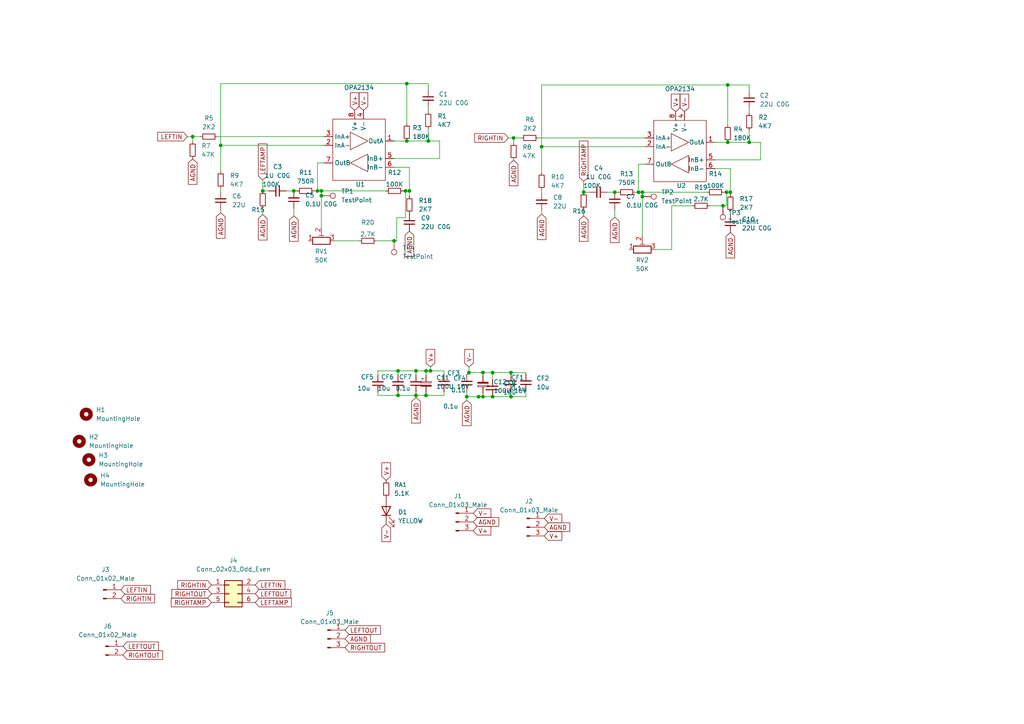
<source format=kicad_sch>
(kicad_sch (version 20230121) (generator eeschema)
  (paper "A4")
  (lib_symbols
    (symbol "Amplifier_Audio:OPA2134"
      (property "Reference" "U" (at 0 -2.54 0))
      (property "Value" "OPA2134" (at 0 0 0))
      (symbol "OPA2134_0_1"
        (rectangle (start -7.62 16.51) (end 7.62 -1.27))
        (polyline (pts (xy -2.54 12.7) (xy -2.54 7.62) (xy 2.54 10.16) (xy -2.54 12.7)))
        (polyline (pts (xy 2.54 6.35) (xy 2.54 1.27) (xy -2.54 3.81) (xy 2.54 6.35)))
      )
      (symbol "OPA2134_1_1"
        (pin output line (at 10.16 10.16 180) (length 2.54) (name "OutA") (number "1"))
        (pin input line (at -10.16 8.89 0) (length 2.54) (name "InA-") (number "2"))
        (pin input line (at -10.16 11.43 0) (length 2.54) (name "InA+") (number "3"))
        (pin input line (at 1.27 19.05 270) (length 2.54) (name "V-") (number "4"))
        (pin input line (at 10.16 5.08 180) (length 2.54) (name "InB+") (number "5"))
        (pin input line (at 10.16 2.54 180) (length 2.54) (name "InB-") (number "6"))
        (pin output line (at -10.16 3.81 0) (length 2.54) (name "OutB") (number "7"))
        (pin input line (at -1.27 19.05 270) (length 2.54) (name "V+") (number "8"))
      )
    )
    (symbol "Connector:Conn_01x02_Male" (pin_names (offset 1.016) hide)
      (property "Reference" "J" (at 0 2.54 0))
      (property "Value" "Conn_01x02_Male" (at 0 -5.08 0))
      (symbol "Conn_01x02_Male_1_1"
        (polyline (pts (xy 1.27 -2.54) (xy 0.8636 -2.54)) (stroke (width 0.1524)))
        (polyline (pts (xy 1.27 0) (xy 0.8636 0)) (stroke (width 0.1524)))
        (rectangle (start 0.8636 -2.413) (end 0 -2.667) (stroke (width 0.1524)) (fill (type outline)))
        (rectangle (start 0.8636 0.127) (end 0 -0.127) (stroke (width 0.1524)) (fill (type outline)))
        (pin passive line (at 5.08 0 180) (length 3.81) (name "Pin_1") (number "1"))
        (pin passive line (at 5.08 -2.54 180) (length 3.81) (name "Pin_2") (number "2"))
      )
    )
    (symbol "Connector:Conn_01x03_Male" (pin_names (offset 1.016) hide)
      (property "Reference" "J" (at 0 5.08 0))
      (property "Value" "Conn_01x03_Male" (at 0 -5.08 0))
      (symbol "Conn_01x03_Male_1_1"
        (polyline (pts (xy 1.27 -2.54) (xy 0.8636 -2.54)) (stroke (width 0.1524)))
        (polyline (pts (xy 1.27 0) (xy 0.8636 0)) (stroke (width 0.1524)))
        (polyline (pts (xy 1.27 2.54) (xy 0.8636 2.54)) (stroke (width 0.1524)))
        (rectangle (start 0.8636 -2.413) (end 0 -2.667) (stroke (width 0.1524)) (fill (type outline)))
        (rectangle (start 0.8636 0.127) (end 0 -0.127) (stroke (width 0.1524)) (fill (type outline)))
        (rectangle (start 0.8636 2.667) (end 0 2.413) (stroke (width 0.1524)) (fill (type outline)))
        (pin passive line (at 5.08 2.54 180) (length 3.81) (name "Pin_1") (number "1"))
        (pin passive line (at 5.08 0 180) (length 3.81) (name "Pin_2") (number "2"))
        (pin passive line (at 5.08 -2.54 180) (length 3.81) (name "Pin_3") (number "3"))
      )
    )
    (symbol "Connector:TestPoint" (pin_numbers hide) (pin_names (offset 0.762) hide)
      (property "Reference" "TP" (at 0 6.858 0))
      (property "Value" "TestPoint" (at 0 5.08 0))
      (symbol "TestPoint_0_1"
        (circle (center 0 3.302) (radius 0.762))
      )
      (symbol "TestPoint_1_1"
        (pin passive line (at 0 0 90) (length 2.54) (name "1") (number "1"))
      )
    )
    (symbol "Connector_Generic:Conn_02x03_Odd_Even" (pin_names (offset 1.016) hide)
      (property "Reference" "J" (at 1.27 5.08 0))
      (property "Value" "Conn_02x03_Odd_Even" (at 1.27 -5.08 0))
      (symbol "Conn_02x03_Odd_Even_1_1"
        (rectangle (start -1.27 -2.413) (end 0 -2.667) (stroke (width 0.1524)))
        (rectangle (start -1.27 0.127) (end 0 -0.127) (stroke (width 0.1524)))
        (rectangle (start -1.27 2.667) (end 0 2.413) (stroke (width 0.1524)))
        (rectangle (start -1.27 3.81) (end 3.81 -3.81) (stroke (width 0.254)) (fill (type background)))
        (rectangle (start 3.81 -2.413) (end 2.54 -2.667) (stroke (width 0.1524)))
        (rectangle (start 3.81 0.127) (end 2.54 -0.127) (stroke (width 0.1524)))
        (rectangle (start 3.81 2.667) (end 2.54 2.413) (stroke (width 0.1524)))
        (pin passive line (at -5.08 2.54 0) (length 3.81) (name "Pin_1") (number "1"))
        (pin passive line (at 7.62 2.54 180) (length 3.81) (name "Pin_2") (number "2"))
        (pin passive line (at -5.08 0 0) (length 3.81) (name "Pin_3") (number "3"))
        (pin passive line (at 7.62 0 180) (length 3.81) (name "Pin_4") (number "4"))
        (pin passive line (at -5.08 -2.54 0) (length 3.81) (name "Pin_5") (number "5"))
        (pin passive line (at 7.62 -2.54 180) (length 3.81) (name "Pin_6") (number "6"))
      )
    )
    (symbol "Device:C_Polarized_Small" (pin_numbers hide) (pin_names (offset 0.254) hide)
      (property "Reference" "C" (at 0.254 1.778 0))
      (property "Value" "C_Polarized_Small" (at 0.254 -2.032 0))
      (symbol "C_Polarized_Small_0_1"
        (rectangle (start -1.524 -0.3048) (end 1.524 -0.6858) (fill (type outline)))
        (rectangle (start -1.524 0.6858) (end 1.524 0.3048))
        (polyline (pts (xy -1.27 1.524) (xy -0.762 1.524)))
        (polyline (pts (xy -1.016 1.27) (xy -1.016 1.778)))
      )
      (symbol "C_Polarized_Small_1_1"
        (pin passive line (at 0 2.54 270) (length 1.8542) (name "~") (number "1"))
        (pin passive line (at 0 -2.54 90) (length 1.8542) (name "~") (number "2"))
      )
    )
    (symbol "Device:C_Small" (pin_numbers hide) (pin_names (offset 0.254) hide)
      (property "Reference" "C" (at 0.254 1.778 0))
      (property "Value" "C_Small" (at 0.254 -2.032 0))
      (symbol "C_Small_0_1"
        (polyline (pts (xy -1.524 -0.508) (xy 1.524 -0.508)) (stroke (width 0.3302)))
        (polyline (pts (xy -1.524 0.508) (xy 1.524 0.508)) (stroke (width 0.3048)))
      )
      (symbol "C_Small_1_1"
        (pin passive line (at 0 2.54 270) (length 2.032) (name "~") (number "1"))
        (pin passive line (at 0 -2.54 90) (length 2.032) (name "~") (number "2"))
      )
    )
    (symbol "Device:LED" (pin_numbers hide) (pin_names (offset 1.016) hide)
      (property "Reference" "D" (at 0 2.54 0))
      (property "Value" "LED" (at 0 -2.54 0))
      (symbol "LED_0_1"
        (polyline (pts (xy -1.27 -1.27) (xy -1.27 1.27)) (stroke (width 0.254)))
        (polyline (pts (xy -1.27 0) (xy 1.27 0)))
        (polyline (pts (xy 1.27 -1.27) (xy 1.27 1.27) (xy -1.27 0) (xy 1.27 -1.27)) (stroke (width 0.254)))
        (polyline (pts (xy -3.048 -0.762) (xy -4.572 -2.286) (xy -3.81 -2.286) (xy -4.572 -2.286) (xy -4.572 -1.524)))
        (polyline (pts (xy -1.778 -0.762) (xy -3.302 -2.286) (xy -2.54 -2.286) (xy -3.302 -2.286) (xy -3.302 -1.524)))
      )
      (symbol "LED_1_1"
        (pin passive line (at -3.81 0 0) (length 2.54) (name "K") (number "1"))
        (pin passive line (at 3.81 0 180) (length 2.54) (name "A") (number "2"))
      )
    )
    (symbol "Device:R_Potentiometer_Trim" (pin_names (offset 1.016) hide)
      (property "Reference" "RV" (at -4.445 0 90))
      (property "Value" "R_Potentiometer_Trim" (at -2.54 0 90))
      (symbol "R_Potentiometer_Trim_0_1"
        (polyline (pts (xy 1.524 0.762) (xy 1.524 -0.762)))
        (polyline (pts (xy 2.54 0) (xy 1.524 0)))
        (rectangle (start 1.016 2.54) (end -1.016 -2.54) (stroke (width 0.254)))
      )
      (symbol "R_Potentiometer_Trim_1_1"
        (pin passive line (at 0 3.81 270) (length 1.27) (name "1") (number "1"))
        (pin passive line (at 3.81 0 180) (length 1.27) (name "2") (number "2"))
        (pin passive line (at 0 -3.81 90) (length 1.27) (name "3") (number "3"))
      )
    )
    (symbol "Device:R_Small" (pin_numbers hide) (pin_names (offset 0.254) hide)
      (property "Reference" "R" (at 0.762 0.508 0))
      (property "Value" "R_Small" (at 0.762 -1.016 0))
      (symbol "R_Small_0_1"
        (rectangle (start -0.762 1.778) (end 0.762 -1.778) (stroke (width 0.2032)))
      )
      (symbol "R_Small_1_1"
        (pin passive line (at 0 2.54 270) (length 0.762) (name "~") (number "1"))
        (pin passive line (at 0 -2.54 90) (length 0.762) (name "~") (number "2"))
      )
    )
    (symbol "Mechanical:MountingHole" (pin_names (offset 1.016))
      (property "Reference" "H" (at 0 5.08 0))
      (property "Value" "MountingHole" (at 0 3.175 0))
      (symbol "MountingHole_0_1"
        (circle (center 0 0) (radius 1.27) (stroke (width 1.27)))
      )
    )
  )
  (junction (at 92.075 55.372))
  (junction (at 178.308 55.753))
  (junction (at 117.602 55.372))
  (junction (at 186.309 57.023))
  (junction (at 115.443 107.569))
  (junction (at 185.166 55.753))
  (junction (at 211.074 24.638))
  (junction (at 123.571 114.681))
  (junction (at 123.571 107.569))
  (junction (at 148.209 108.077))
  (junction (at 157.099 42.545))
  (junction (at 124.206 40.894))
  (junction (at 142.875 115.062))
  (junction (at 118.745 55.372))
  (junction (at 93.218 55.372))
  (junction (at 186.309 55.753))
  (junction (at 210.693 55.753))
  (junction (at 211.074 41.275))
  (junction (at 135.382 115.062))
  (junction (at 136.017 108.077))
  (junction (at 64.008 42.164))
  (junction (at 117.983 24.257))
  (junction (at 76.2 55.372))
  (junction (at 209.677 59.69))
  (junction (at 140.081 115.062))
  (junction (at 211.836 55.753))
  (junction (at 93.218 56.769))
  (junction (at 124.841 107.569))
  (junction (at 120.65 107.569))
  (junction (at 55.88 39.624))
  (junction (at 148.971 40.005))
  (junction (at 115.443 114.681))
  (junction (at 117.983 40.894))
  (junction (at 114.3 69.85))
  (junction (at 142.875 108.077))
  (junction (at 120.65 114.681))
  (junction (at 169.291 55.753))
  (junction (at 85.217 55.372))
  (junction (at 140.081 108.077))
  (junction (at 217.297 41.275))
  (junction (at 138.811 115.062))
  (junction (at 148.209 115.062))
  (wire (pts (xy 124.206 32.385) (xy 124.206 31.115)))
  (wire (pts (xy 117.602 55.372) (xy 118.745 55.372)))
  (wire (pts (xy 118.745 48.514) (xy 118.745 55.372)))
  (wire (pts (xy 92.075 47.244) (xy 93.98 47.244)))
  (wire (pts (xy 157.099 56.007) (xy 157.099 55.118)))
  (wire (pts (xy 178.308 62.992) (xy 178.308 60.833)))
  (wire (pts (xy 117.983 24.257) (xy 117.983 35.814)))
  (wire (pts (xy 118.745 55.372) (xy 118.745 56.896)))
  (wire (pts (xy 152.527 108.077) (xy 148.209 108.077)))
  (wire (pts (xy 185.166 55.753) (xy 185.166 47.625)))
  (wire (pts (xy 186.309 55.753) (xy 185.166 55.753)))
  (wire (pts (xy 115.062 69.85) (xy 114.3 69.85)))
  (wire (pts (xy 115.443 114.681) (xy 120.65 114.681)))
  (wire (pts (xy 136.017 108.077) (xy 140.081 108.077)))
  (wire (pts (xy 76.2 62.23) (xy 76.2 60.452)))
  (wire (pts (xy 93.218 55.372) (xy 111.887 55.372)))
  (wire (pts (xy 211.074 24.638) (xy 211.074 36.195)))
  (wire (pts (xy 114.3 45.974) (xy 127.508 45.974)))
  (wire (pts (xy 123.571 108.839) (xy 123.571 107.569)))
  (wire (pts (xy 123.571 113.919) (xy 123.571 114.681)))
  (wire (pts (xy 115.443 108.712) (xy 115.443 107.569)))
  (wire (pts (xy 185.166 47.625) (xy 187.071 47.625)))
  (wire (pts (xy 184.277 55.753) (xy 185.166 55.753)))
  (wire (pts (xy 123.571 114.681) (xy 128.778 114.681)))
  (wire (pts (xy 128.778 108.585) (xy 128.778 107.569)))
  (wire (pts (xy 140.081 114.046) (xy 140.081 115.062)))
  (wire (pts (xy 148.971 41.402) (xy 148.971 40.005)))
  (wire (pts (xy 186.309 57.023) (xy 186.309 55.753)))
  (wire (pts (xy 217.297 24.638) (xy 211.074 24.638)))
  (wire (pts (xy 169.291 62.611) (xy 169.291 60.833)))
  (wire (pts (xy 93.218 55.372) (xy 92.075 55.372)))
  (wire (pts (xy 114.3 48.514) (xy 118.745 48.514)))
  (wire (pts (xy 148.971 40.005) (xy 151.13 40.005)))
  (wire (pts (xy 127.508 40.894) (xy 127.508 45.974)))
  (wire (pts (xy 211.836 62.357) (xy 211.836 61.468)))
  (wire (pts (xy 152.527 115.062) (xy 148.209 115.062)))
  (wire (pts (xy 157.099 24.638) (xy 211.074 24.638)))
  (wire (pts (xy 117.602 55.372) (xy 117.602 63.119)))
  (wire (pts (xy 148.209 108.077) (xy 142.875 108.077)))
  (wire (pts (xy 109.601 107.569) (xy 115.443 107.569)))
  (wire (pts (xy 140.081 115.062) (xy 142.875 115.062)))
  (wire (pts (xy 83.058 55.372) (xy 85.217 55.372)))
  (wire (pts (xy 64.008 61.722) (xy 64.008 60.706)))
  (wire (pts (xy 124.841 107.569) (xy 123.571 107.569)))
  (wire (pts (xy 120.65 107.569) (xy 120.65 108.712)))
  (wire (pts (xy 109.601 114.681) (xy 115.443 114.681)))
  (wire (pts (xy 64.008 24.257) (xy 117.983 24.257)))
  (wire (pts (xy 207.391 46.355) (xy 220.599 46.355)))
  (wire (pts (xy 217.297 41.275) (xy 220.599 41.275)))
  (wire (pts (xy 63.119 39.624) (xy 93.98 39.624)))
  (wire (pts (xy 64.008 42.164) (xy 93.98 42.164)))
  (wire (pts (xy 157.099 42.545) (xy 187.071 42.545)))
  (wire (pts (xy 136.017 106.426) (xy 136.017 108.077)))
  (wire (pts (xy 138.684 114.935) (xy 138.811 115.062)))
  (wire (pts (xy 76.2 52.197) (xy 76.2 55.372)))
  (wire (pts (xy 91.186 55.372) (xy 92.075 55.372)))
  (wire (pts (xy 124.206 24.257) (xy 117.983 24.257)))
  (wire (pts (xy 124.206 37.465) (xy 124.206 40.894)))
  (wire (pts (xy 211.836 55.753) (xy 211.836 56.388)))
  (wire (pts (xy 178.308 55.753) (xy 179.197 55.753)))
  (wire (pts (xy 109.601 113.792) (xy 109.601 114.681)))
  (wire (pts (xy 109.601 108.712) (xy 109.601 107.569)))
  (wire (pts (xy 157.099 42.545) (xy 157.099 50.038)))
  (wire (pts (xy 117.983 40.894) (xy 124.206 40.894)))
  (wire (pts (xy 211.074 41.275) (xy 217.297 41.275)))
  (wire (pts (xy 136.017 108.585) (xy 135.382 108.585)))
  (wire (pts (xy 128.778 107.569) (xy 124.841 107.569)))
  (wire (pts (xy 85.217 62.611) (xy 85.217 60.452)))
  (wire (pts (xy 124.206 26.035) (xy 124.206 24.257)))
  (wire (pts (xy 156.21 40.005) (xy 187.071 40.005)))
  (wire (pts (xy 140.081 108.966) (xy 140.081 108.077)))
  (wire (pts (xy 115.062 63.119) (xy 115.062 69.85)))
  (wire (pts (xy 194.818 59.69) (xy 194.818 72.39)))
  (wire (pts (xy 93.218 56.769) (xy 93.218 66.04)))
  (wire (pts (xy 186.309 57.023) (xy 186.309 68.58)))
  (wire (pts (xy 124.206 40.894) (xy 127.508 40.894)))
  (wire (pts (xy 92.075 55.372) (xy 92.075 47.244)))
  (wire (pts (xy 157.099 62.103) (xy 157.099 61.087)))
  (wire (pts (xy 114.3 69.85) (xy 109.22 69.85)))
  (wire (pts (xy 135.382 113.665) (xy 135.382 115.062)))
  (wire (pts (xy 140.081 108.077) (xy 142.875 108.077)))
  (wire (pts (xy 148.209 108.458) (xy 148.209 108.077)))
  (wire (pts (xy 186.309 55.753) (xy 204.978 55.753)))
  (wire (pts (xy 104.14 69.85) (xy 97.028 69.85)))
  (wire (pts (xy 210.693 55.753) (xy 211.836 55.753)))
  (wire (pts (xy 64.008 42.164) (xy 64.008 49.657)))
  (wire (pts (xy 120.65 114.681) (xy 123.571 114.681)))
  (wire (pts (xy 194.818 72.39) (xy 190.119 72.39)))
  (wire (pts (xy 147.447 40.005) (xy 148.971 40.005)))
  (wire (pts (xy 220.599 41.275) (xy 220.599 46.355)))
  (wire (pts (xy 55.88 41.021) (xy 55.88 39.624)))
  (wire (pts (xy 210.693 55.753) (xy 210.693 59.69)))
  (wire (pts (xy 169.291 55.753) (xy 171.069 55.753)))
  (wire (pts (xy 217.297 26.416) (xy 217.297 24.638)))
  (wire (pts (xy 55.88 39.624) (xy 58.039 39.624)))
  (wire (pts (xy 117.602 63.119) (xy 115.062 63.119)))
  (wire (pts (xy 115.443 113.792) (xy 115.443 114.681)))
  (wire (pts (xy 114.3 40.894) (xy 117.983 40.894)))
  (wire (pts (xy 124.841 106.426) (xy 124.841 107.569)))
  (wire (pts (xy 217.297 37.846) (xy 217.297 41.275)))
  (wire (pts (xy 54.356 39.624) (xy 55.88 39.624)))
  (wire (pts (xy 152.527 108.458) (xy 152.527 108.077)))
  (wire (pts (xy 205.867 59.69) (xy 209.677 59.69)))
  (wire (pts (xy 116.967 55.372) (xy 117.602 55.372)))
  (wire (pts (xy 120.65 114.681) (xy 120.65 115.316)))
  (wire (pts (xy 64.008 42.164) (xy 64.008 24.257)))
  (wire (pts (xy 148.209 113.538) (xy 148.209 115.062)))
  (wire (pts (xy 169.291 52.578) (xy 169.291 55.753)))
  (wire (pts (xy 93.218 56.769) (xy 93.218 55.372)))
  (wire (pts (xy 152.527 113.538) (xy 152.527 115.062)))
  (wire (pts (xy 64.008 55.626) (xy 64.008 54.737)))
  (wire (pts (xy 210.693 59.69) (xy 209.677 59.69)))
  (wire (pts (xy 136.017 108.077) (xy 136.017 108.585)))
  (wire (pts (xy 210.058 55.753) (xy 210.693 55.753)))
  (wire (pts (xy 157.099 42.545) (xy 157.099 24.638)))
  (wire (pts (xy 128.778 113.665) (xy 128.778 114.681)))
  (wire (pts (xy 207.391 48.895) (xy 211.836 48.895)))
  (wire (pts (xy 142.875 109.982) (xy 142.875 108.077)))
  (wire (pts (xy 138.811 115.062) (xy 140.081 115.062)))
  (wire (pts (xy 148.209 115.062) (xy 142.875 115.062)))
  (wire (pts (xy 123.571 107.569) (xy 120.65 107.569)))
  (wire (pts (xy 217.297 32.766) (xy 217.297 31.496)))
  (wire (pts (xy 194.818 59.69) (xy 200.787 59.69)))
  (wire (pts (xy 176.149 55.753) (xy 178.308 55.753)))
  (wire (pts (xy 120.65 113.792) (xy 120.65 114.681)))
  (wire (pts (xy 135.382 115.062) (xy 138.811 115.062)))
  (wire (pts (xy 211.836 48.895) (xy 211.836 55.753)))
  (wire (pts (xy 76.2 55.372) (xy 77.978 55.372)))
  (wire (pts (xy 115.443 107.569) (xy 120.65 107.569)))
  (wire (pts (xy 135.382 115.062) (xy 135.382 116.078)))
  (wire (pts (xy 85.217 55.372) (xy 86.106 55.372)))
  (wire (pts (xy 207.391 41.275) (xy 211.074 41.275)))
  (global_label "AGND" (shape input) (at 118.745 67.056 270) (property "Intersheetrefs" "${INTERSHEET_REFS}" (effects hide)))
  (global_label "LEFTIN" (shape input) (at 74.041 169.672 0) (property "Intersheetrefs" "${INTERSHEET_REFS}" (effects hide)))
  (global_label "RIGHTOUT" (shape input) (at 35.687 189.992 0) (property "Intersheetrefs" "${INTERSHEET_REFS}" (effects hide)))
  (global_label "LEFTIN" (shape input) (at 54.356 39.624 180) (property "Intersheetrefs" "${INTERSHEET_REFS}" (effects hide)))
  (global_label "RIGHTAMP" (shape input) (at 61.341 174.752 180) (property "Intersheetrefs" "${INTERSHEET_REFS}" (effects hide)))
  (global_label "LEFTOUT" (shape input) (at 74.041 172.212 0) (property "Intersheetrefs" "${INTERSHEET_REFS}" (effects hide)))
  (global_label "AGND" (shape input) (at 55.88 46.101 270) (property "Intersheetrefs" "${INTERSHEET_REFS}" (effects hide)))
  (global_label "LEFTAMP" (shape input) (at 74.041 174.752 0) (property "Intersheetrefs" "${INTERSHEET_REFS}" (effects hide)))
  (global_label "AGND" (shape input) (at 157.861 152.908 0) (property "Intersheetrefs" "${INTERSHEET_REFS}" (effects hide)))
  (global_label "V-" (shape input) (at 105.41 32.004 90) (property "Intersheetrefs" "${INTERSHEET_REFS}" (effects hide)))
  (global_label "AGND" (shape input) (at 169.291 62.611 270) (property "Intersheetrefs" "${INTERSHEET_REFS}" (effects hide)))
  (global_label "AGND" (shape input) (at 178.308 62.992 270) (property "Intersheetrefs" "${INTERSHEET_REFS}" (effects hide)))
  (global_label "AGND" (shape input) (at 76.2 62.23 270) (property "Intersheetrefs" "${INTERSHEET_REFS}" (effects hide)))
  (global_label "AGND" (shape input) (at 85.217 62.611 270) (property "Intersheetrefs" "${INTERSHEET_REFS}" (effects hide)))
  (global_label "AGND" (shape input) (at 120.65 115.316 270) (property "Intersheetrefs" "${INTERSHEET_REFS}" (effects hide)))
  (global_label "LEFTAMP" (shape input) (at 76.2 52.197 90) (property "Intersheetrefs" "${INTERSHEET_REFS}" (effects hide)))
  (global_label "RIGHTIN" (shape input) (at 61.341 169.672 180) (property "Intersheetrefs" "${INTERSHEET_REFS}" (effects hide)))
  (global_label "V-" (shape input) (at 112.014 152.019 270) (property "Intersheetrefs" "${INTERSHEET_REFS}" (effects hide)))
  (global_label "V-" (shape input) (at 157.861 150.368 0) (property "Intersheetrefs" "${INTERSHEET_REFS}" (effects hide)))
  (global_label "AGND" (shape input) (at 64.008 61.722 270) (property "Intersheetrefs" "${INTERSHEET_REFS}" (effects hide)))
  (global_label "V-" (shape input) (at 136.017 106.426 90) (property "Intersheetrefs" "${INTERSHEET_REFS}" (effects hide)))
  (global_label "V+" (shape input) (at 137.287 153.924 0) (property "Intersheetrefs" "${INTERSHEET_REFS}" (effects hide)))
  (global_label "AGND" (shape input) (at 157.099 62.103 270) (property "Intersheetrefs" "${INTERSHEET_REFS}" (effects hide)))
  (global_label "RIGHTOUT" (shape input) (at 100.076 187.833 0) (property "Intersheetrefs" "${INTERSHEET_REFS}" (effects hide)))
  (global_label "V+" (shape input) (at 157.861 155.448 0) (property "Intersheetrefs" "${INTERSHEET_REFS}" (effects hide)))
  (global_label "LEFTIN" (shape input) (at 35.052 171.069 0) (property "Intersheetrefs" "${INTERSHEET_REFS}" (effects hide)))
  (global_label "RIGHTIN" (shape input) (at 147.447 40.005 180) (property "Intersheetrefs" "${INTERSHEET_REFS}" (effects hide)))
  (global_label "RIGHTIN" (shape input) (at 35.052 173.609 0) (property "Intersheetrefs" "${INTERSHEET_REFS}" (effects hide)))
  (global_label "V-" (shape input) (at 198.501 32.385 90) (property "Intersheetrefs" "${INTERSHEET_REFS}" (effects hide)))
  (global_label "RIGHTOUT" (shape input) (at 61.341 172.212 180) (property "Intersheetrefs" "${INTERSHEET_REFS}" (effects hide)))
  (global_label "V-" (shape input) (at 137.287 148.844 0) (property "Intersheetrefs" "${INTERSHEET_REFS}" (effects hide)))
  (global_label "V+" (shape input) (at 195.961 32.385 90) (property "Intersheetrefs" "${INTERSHEET_REFS}" (effects hide)))
  (global_label "V+" (shape input) (at 112.014 139.319 90) (property "Intersheetrefs" "${INTERSHEET_REFS}" (effects hide)))
  (global_label "AGND" (shape input) (at 135.382 116.078 270) (property "Intersheetrefs" "${INTERSHEET_REFS}" (effects hide)))
  (global_label "LEFTOUT" (shape input) (at 35.687 187.452 0) (property "Intersheetrefs" "${INTERSHEET_REFS}" (effects hide)))
  (global_label "AGND" (shape input) (at 100.076 185.293 0) (property "Intersheetrefs" "${INTERSHEET_REFS}" (effects hide)))
  (global_label "LEFTOUT" (shape input) (at 100.076 182.753 0) (property "Intersheetrefs" "${INTERSHEET_REFS}" (effects hide)))
  (global_label "V+" (shape input) (at 124.841 106.426 90) (property "Intersheetrefs" "${INTERSHEET_REFS}" (effects hide)))
  (global_label "AGND" (shape input) (at 137.287 151.384 0) (property "Intersheetrefs" "${INTERSHEET_REFS}" (effects hide)))
  (global_label "AGND" (shape input) (at 148.971 46.482 270) (property "Intersheetrefs" "${INTERSHEET_REFS}" (effects hide)))
  (global_label "V+" (shape input) (at 102.87 32.004 90) (property "Intersheetrefs" "${INTERSHEET_REFS}" (effects hide)))
  (global_label "RIGHTAMP" (shape input) (at 169.291 52.578 90) (property "Intersheetrefs" "${INTERSHEET_REFS}" (effects hide)))
  (global_label "AGND" (shape input) (at 211.836 67.437 270) (property "Intersheetrefs" "${INTERSHEET_REFS}" (effects hide)))
  (symbol (lib_id "Device:R_Small") (at 203.327 59.69 90) (unit 1)
    (property "Reference" "R19" (at 203.327 54.356 90))
    (property "Value" "2.7K" (at 203.327 57.785 90))
    (property "Footprint" "Resistor_SMD:R_0805_2012Metric_Pad1.20x1.40mm_HandSolder" (effects hide))
  )
  (symbol (lib_id "Device:R_Small") (at 211.836 58.928 180) (unit 1)
    (property "Reference" "R17" (at 214.503 57.6579 0) (effects (justify right)))
    (property "Value" "2K7" (at 214.503 60.1979 0) (effects (justify right)))
    (property "Footprint" "Resistor_SMD:R_0805_2012Metric_Pad1.20x1.40mm_HandSolder" (effects hide))
  )
  (symbol (lib_id "Connector:Conn_01x03_Male") (at 132.207 151.384 0) (unit 1)
    (property "Reference" "J1" (at 132.842 143.891 0))
    (property "Value" "Conn_01x03_Male" (at 132.842 146.431 0))
    (property "Footprint" "Connector_JST:JST_PH_B3B-PH-K_1x03_P2.00mm_Vertical" (effects hide))
  )
  (symbol (lib_id "Device:C_Polarized_Small") (at 123.571 111.379 0) (unit 1)
    (property "Reference" "C11" (at 126.492 109.5628 0) (effects (justify left)))
    (property "Value" "100U 16V" (at 126.492 112.1028 0) (effects (justify left)))
    (property "Footprint" "Capacitor_THT:CP_Radial_D6.3mm_P2.50mm" (effects hide))
  )
  (symbol (lib_id "Device:R_Small") (at 148.971 43.942 180) (unit 1)
    (property "Reference" "R8" (at 151.511 42.6719 0) (effects (justify right)))
    (property "Value" "47K" (at 151.511 45.2119 0) (effects (justify right)))
    (property "Footprint" "Resistor_SMD:R_0805_2012Metric_Pad1.20x1.40mm_HandSolder" (effects hide))
  )
  (symbol (lib_id "Mechanical:MountingHole") (at 22.987 128.016 0) (unit 1)
    (property "Reference" "H2" (at 25.781 126.7459 0) (effects (justify left)))
    (property "Value" "MountingHole" (at 25.781 129.2859 0) (effects (justify left)))
    (property "Footprint" "MountingHole:MountingHole_3.2mm_M3" (effects hide))
  )
  (symbol (lib_id "Device:R_Small") (at 60.579 39.624 90) (unit 1)
    (property "Reference" "R5" (at 60.579 34.29 90))
    (property "Value" "2K2" (at 60.579 36.83 90))
    (property "Footprint" "Resistor_SMD:R_0805_2012Metric_Pad1.20x1.40mm_HandSolder" (effects hide))
  )
  (symbol (lib_id "Device:C_Polarized_Small") (at 140.081 111.506 180) (unit 1)
    (property "Reference" "C12" (at 143.129 110.782 0) (effects (justify right)))
    (property "Value" "100U 16V" (at 143.129 113.322 0) (effects (justify right)))
    (property "Footprint" "Capacitor_THT:CP_Radial_D6.3mm_P2.50mm" (effects hide))
  )
  (symbol (lib_id "Connector:TestPoint") (at 93.218 56.769 270) (unit 1)
    (property "Reference" "TP1" (at 98.933 55.4989 90) (effects (justify left)))
    (property "Value" "TestPoint" (at 98.933 58.0389 90) (effects (justify left)))
    (property "Footprint" "TestPoint:TestPoint_THTPad_1.5x1.5mm_Drill0.7mm" (effects hide))
  )
  (symbol (lib_id "Device:R_Small") (at 55.88 43.561 180) (unit 1)
    (property "Reference" "R7" (at 58.42 42.2909 0) (effects (justify right)))
    (property "Value" "47K" (at 58.42 44.8309 0) (effects (justify right)))
    (property "Footprint" "Resistor_SMD:R_0805_2012Metric_Pad1.20x1.40mm_HandSolder" (effects hide))
  )
  (symbol (lib_id "Device:C_Small") (at 217.297 28.956 0) (unit 1)
    (property "Reference" "C2" (at 220.345 27.6922 0) (effects (justify left)))
    (property "Value" "22U C0G" (at 220.345 30.2322 0) (effects (justify left)))
    (property "Footprint" "Capacitor_THT:CP_Radial_D5.0mm_P2.00mm" (effects hide))
  )
  (symbol (lib_id "Device:R_Small") (at 64.008 52.197 180) (unit 1)
    (property "Reference" "R9" (at 66.675 50.9269 0) (effects (justify right)))
    (property "Value" "4K7" (at 66.675 53.4669 0) (effects (justify right)))
    (property "Footprint" "Resistor_SMD:R_0805_2012Metric_Pad1.20x1.40mm_HandSolder" (effects hide))
  )
  (symbol (lib_id "Device:R_Small") (at 124.206 34.925 180) (unit 1)
    (property "Reference" "R1" (at 126.873 33.6549 0) (effects (justify right)))
    (property "Value" "4K7" (at 126.873 36.1949 0) (effects (justify right)))
    (property "Footprint" "Resistor_SMD:R_0805_2012Metric_Pad1.20x1.40mm_HandSolder" (effects hide))
  )
  (symbol (lib_id "Connector:Conn_01x02_Male") (at 29.972 171.069 0) (unit 1)
    (property "Reference" "J3" (at 30.607 165.227 0))
    (property "Value" "Conn_01x02_Male" (at 30.607 167.767 0))
    (property "Footprint" "Connector_JST:JST_PH_B2B-PH-K_1x02_P2.00mm_Vertical" (effects hide))
  )
  (symbol (lib_id "Device:R_Small") (at 211.074 38.735 0) (unit 1)
    (property "Reference" "R4" (at 212.725 37.4649 0) (effects (justify left)))
    (property "Value" "180K" (at 212.725 40.0049 0) (effects (justify left)))
    (property "Footprint" "Resistor_SMD:R_0805_2012Metric_Pad1.20x1.40mm_HandSolder" (effects hide))
  )
  (symbol (lib_id "Device:R_Small") (at 114.427 55.372 90) (unit 1)
    (property "Reference" "R12" (at 114.427 50.038 90))
    (property "Value" "100K" (at 114.427 53.467 90))
    (property "Footprint" "Resistor_SMD:R_0805_2012Metric_Pad1.20x1.40mm_HandSolder" (effects hide))
  )
  (symbol (lib_id "Device:C_Small") (at 80.518 55.372 270) (unit 1)
    (property "Reference" "C3" (at 80.5116 48.387 90))
    (property "Value" "1U C0G" (at 80.5116 50.927 90))
    (property "Footprint" "Capacitor_THT:CP_Radial_D5.0mm_P2.00mm" (effects hide))
  )
  (symbol (lib_id "Device:R_Small") (at 106.68 69.85 90) (unit 1)
    (property "Reference" "R20" (at 106.68 64.516 90))
    (property "Value" "2.7K" (at 106.68 67.945 90))
    (property "Footprint" "Resistor_SMD:R_0805_2012Metric_Pad1.20x1.40mm_HandSolder" (effects hide))
  )
  (symbol (lib_id "Mechanical:MountingHole") (at 26.289 139.192 0) (unit 1)
    (property "Reference" "H4" (at 29.083 137.9219 0) (effects (justify left)))
    (property "Value" "MountingHole" (at 29.083 140.4619 0) (effects (justify left)))
    (property "Footprint" "MountingHole:MountingHole_3.2mm_M3" (effects hide))
  )
  (symbol (lib_id "Device:R_Small") (at 112.014 141.859 180) (unit 1)
    (property "Reference" "RA1" (at 114.3 140.5889 0) (effects (justify right)))
    (property "Value" "5.1K" (at 114.3 143.1289 0) (effects (justify right)))
    (property "Footprint" "Resistor_SMD:R_0603_1608Metric" (effects hide))
  )
  (symbol (lib_id "Device:C_Small") (at 178.308 58.293 180) (unit 1)
    (property "Reference" "C7" (at 181.61 57.0165 0) (effects (justify right)))
    (property "Value" "0.1U C0G" (at 181.61 59.5565 0) (effects (justify right)))
    (property "Footprint" "Capacitor_SMD:C_1206_3216Metric_Pad1.33x1.80mm_HandSolder" (effects hide))
  )
  (symbol (lib_id "Device:R_Small") (at 153.67 40.005 90) (unit 1)
    (property "Reference" "R6" (at 153.67 34.671 90))
    (property "Value" "2K2" (at 153.67 37.211 90))
    (property "Footprint" "Resistor_SMD:R_0805_2012Metric_Pad1.20x1.40mm_HandSolder" (effects hide))
  )
  (symbol (lib_id "Device:LED") (at 112.014 148.209 90) (unit 1)
    (property "Reference" "D1" (at 115.443 148.5264 90) (effects (justify right)))
    (property "Value" "YELLOW" (at 115.443 151.0664 90) (effects (justify right)))
    (property "Footprint" "LED_SMD:LED_0805_2012Metric_Pad1.15x1.40mm_HandSolder" (effects hide))
  )
  (symbol (lib_id "Device:C_Small") (at 173.609 55.753 270) (unit 1)
    (property "Reference" "C4" (at 173.6026 48.768 90))
    (property "Value" "1U C0G" (at 173.6026 51.308 90))
    (property "Footprint" "Capacitor_THT:CP_Radial_D5.0mm_P2.00mm" (effects hide))
  )
  (symbol (lib_id "Device:R_Potentiometer_Trim") (at 93.218 69.85 90) (unit 1)
    (property "Reference" "RV1" (at 93.218 72.898 90))
    (property "Value" "50K" (at 93.218 75.438 90))
    (property "Footprint" "Potentiometer_THT:Potentiometer_Bourns_3296W_Vertical" (effects hide))
  )
  (symbol (lib_id "Device:R_Potentiometer_Trim") (at 186.309 72.39 90) (unit 1)
    (property "Reference" "RV2" (at 186.309 75.438 90))
    (property "Value" "50K" (at 186.309 77.978 90))
    (property "Footprint" "Potentiometer_THT:Potentiometer_Bourns_3296W_Vertical" (effects hide))
  )
  (symbol (lib_id "Device:C_Small") (at 109.601 111.252 180) (unit 1)
    (property "Reference" "CF5" (at 104.648 109.347 0) (effects (justify right)))
    (property "Value" "10u" (at 103.632 112.649 0) (effects (justify right)))
    (property "Footprint" "Capacitor_SMD:C_1206_3216Metric_Pad1.33x1.80mm_HandSolder" (effects hide))
  )
  (symbol (lib_id "Device:R_Small") (at 118.745 59.436 180) (unit 1)
    (property "Reference" "R18" (at 121.412 58.1659 0) (effects (justify right)))
    (property "Value" "2K7" (at 121.412 60.7059 0) (effects (justify right)))
    (property "Footprint" "Resistor_SMD:R_0805_2012Metric_Pad1.20x1.40mm_HandSolder" (effects hide))
  )
  (symbol (lib_id "Mechanical:MountingHole") (at 25.781 133.35 0) (unit 1)
    (property "Reference" "H3" (at 28.575 132.0799 0) (effects (justify left)))
    (property "Value" "MountingHole" (at 28.575 134.6199 0) (effects (justify left)))
    (property "Footprint" "MountingHole:MountingHole_3.2mm_M3" (effects hide))
  )
  (symbol (lib_id "Device:C_Small") (at 211.836 64.897 180) (unit 1)
    (property "Reference" "C10" (at 215.138 63.6205 0) (effects (justify right)))
    (property "Value" "22U C0G" (at 215.138 66.1605 0) (effects (justify right)))
    (property "Footprint" "Capacitor_THT:CP_Radial_D5.0mm_P2.00mm" (effects hide))
  )
  (symbol (lib_id "Mechanical:MountingHole") (at 25.019 120.142 0) (unit 1)
    (property "Reference" "H1" (at 27.813 118.8719 0) (effects (justify left)))
    (property "Value" "MountingHole" (at 27.813 121.4119 0) (effects (justify left)))
    (property "Footprint" "MountingHole:MountingHole_3.2mm_M3" (effects hide))
  )
  (symbol (lib_id "Device:R_Small") (at 169.291 58.293 180) (unit 1)
    (property "Reference" "R16" (at 165.989 61.214 0) (effects (justify right)))
    (property "Value" "100K" (at 169.164 53.848 0) (effects (justify right)))
    (property "Footprint" "Resistor_SMD:R_0805_2012Metric_Pad1.20x1.40mm_HandSolder" (effects hide))
  )
  (symbol (lib_id "Amplifier_Audio:OPA2134") (at 197.231 51.435 0) (unit 1)
    (property "Reference" "U2" (at 197.612 53.848 0))
    (property "Value" "OPA2134" (at 197.231 25.781 0))
    (property "Footprint" "Package_DIP:DIP-8_W7.62mm_Socket" (effects hide))
  )
  (symbol (lib_id "Device:R_Small") (at 88.646 55.372 90) (unit 1)
    (property "Reference" "R11" (at 88.646 50.038 90))
    (property "Value" "750R" (at 88.646 52.578 90))
    (property "Footprint" "Resistor_SMD:R_0805_2012Metric_Pad1.20x1.40mm_HandSolder" (effects hide))
  )
  (symbol (lib_id "Device:C_Small") (at 152.527 110.998 180) (unit 1)
    (property "Reference" "CF2" (at 155.575 109.7215 0) (effects (justify right)))
    (property "Value" "10u" (at 155.575 112.2615 0) (effects (justify right)))
    (property "Footprint" "Capacitor_SMD:C_1206_3216Metric_Pad1.33x1.80mm_HandSolder" (effects hide))
  )
  (symbol (lib_id "Connector_Generic:Conn_02x03_Odd_Even") (at 66.421 172.212 0) (unit 1)
    (property "Reference" "J4" (at 67.691 162.56 0))
    (property "Value" "Conn_02x03_Odd_Even" (at 67.691 165.1 0))
    (property "Footprint" "Connector_PinHeader_2.54mm:PinHeader_2x03_P2.54mm_Vertical" (effects hide))
  )
  (symbol (lib_id "Device:R_Small") (at 157.099 52.578 180) (unit 1)
    (property "Reference" "R10" (at 159.766 51.3079 0) (effects (justify right)))
    (property "Value" "4K7" (at 159.766 53.8479 0) (effects (justify right)))
    (property "Footprint" "Resistor_SMD:R_0805_2012Metric_Pad1.20x1.40mm_HandSolder" (effects hide))
  )
  (symbol (lib_id "Device:C_Small") (at 120.65 111.252 180) (unit 1)
    (property "Reference" "CF7" (at 115.697 109.347 0) (effects (justify right)))
    (property "Value" "0.1u" (at 114.681 112.649 0) (effects (justify right)))
    (property "Footprint" "Capacitor_SMD:C_0805_2012Metric_Pad1.18x1.45mm_HandSolder" (effects hide))
  )
  (symbol (lib_id "Device:C_Small") (at 148.209 110.998 180) (unit 1)
    (property "Reference" "CF1" (at 148.209 109.474 0) (effects (justify right)))
    (property "Value" "0.1u" (at 148.209 112.649 0) (effects (justify right)))
    (property "Footprint" "Capacitor_SMD:C_0805_2012Metric_Pad1.18x1.45mm_HandSolder" (effects hide))
  )
  (symbol (lib_id "Connector:TestPoint") (at 114.3 69.85 180) (unit 1)
    (property "Reference" "TP4" (at 116.713 71.8819 0) (effects (justify right)))
    (property "Value" "TestPoint" (at 116.713 74.4219 0) (effects (justify right)))
    (property "Footprint" "TestPoint:TestPoint_THTPad_1.5x1.5mm_Drill0.7mm" (effects hide))
  )
  (symbol (lib_id "Device:C_Small") (at 157.099 58.547 180) (unit 1)
    (property "Reference" "C8" (at 160.401 57.2705 0) (effects (justify right)))
    (property "Value" "22U" (at 160.401 59.8105 0) (effects (justify right)))
    (property "Footprint" "Capacitor_THT:CP_Radial_D5.0mm_P2.00mm" (effects hide))
  )
  (symbol (lib_id "Device:C_Small") (at 118.745 64.516 180) (unit 1)
    (property "Reference" "C9" (at 122.047 63.2395 0) (effects (justify right)))
    (property "Value" "22U C0G" (at 122.047 65.7795 0) (effects (justify right)))
    (property "Footprint" "Capacitor_THT:CP_Radial_D5.0mm_P2.00mm" (effects hide))
  )
  (symbol (lib_id "Device:R_Small") (at 117.983 38.354 0) (unit 1)
    (property "Reference" "R3" (at 119.634 37.0839 0) (effects (justify left)))
    (property "Value" "180K" (at 119.634 39.6239 0) (effects (justify left)))
    (property "Footprint" "Resistor_SMD:R_0805_2012Metric_Pad1.20x1.40mm_HandSolder" (effects hide))
  )
  (symbol (lib_id "Device:C_Small") (at 128.778 111.125 180) (unit 1)
    (property "Reference" "CF3" (at 129.667 108.204 0) (effects (justify right)))
    (property "Value" "0.1u" (at 128.524 117.856 0) (effects (justify right)))
    (property "Footprint" "Capacitor_SMD:C_0805_2012Metric_Pad1.18x1.45mm_HandSolder" (effects hide))
  )
  (symbol (lib_id "Device:R_Small") (at 76.2 57.912 180) (unit 1)
    (property "Reference" "R15" (at 72.898 60.833 0) (effects (justify right)))
    (property "Value" "100K" (at 76.073 53.467 0) (effects (justify right)))
    (property "Footprint" "Resistor_SMD:R_0805_2012Metric_Pad1.20x1.40mm_HandSolder" (effects hide))
  )
  (symbol (lib_id "Connector:Conn_01x03_Male") (at 152.781 152.908 0) (unit 1)
    (property "Reference" "J2" (at 153.416 145.415 0))
    (property "Value" "Conn_01x03_Male" (at 153.416 147.955 0))
    (property "Footprint" "Connector_JST:JST_PH_B3B-PH-K_1x03_P2.00mm_Vertical" (effects hide))
  )
  (symbol (lib_id "Connector:Conn_01x02_Male") (at 30.607 187.452 0) (unit 1)
    (property "Reference" "J6" (at 31.242 181.61 0))
    (property "Value" "Conn_01x02_Male" (at 31.242 184.15 0))
    (property "Footprint" "Connector_JST:JST_PH_B2B-PH-K_1x02_P2.00mm_Vertical" (effects hide))
  )
  (symbol (lib_id "Device:C_Small") (at 115.443 111.252 180) (unit 1)
    (property "Reference" "CF6" (at 110.49 109.347 0) (effects (justify right)))
    (property "Value" "10u" (at 109.474 112.649 0) (effects (justify right)))
    (property "Footprint" "Capacitor_SMD:C_1206_3216Metric_Pad1.33x1.80mm_HandSolder" (effects hide))
  )
  (symbol (lib_id "Connector:Conn_01x03_Male") (at 94.996 185.293 0) (unit 1)
    (property "Reference" "J5" (at 95.631 177.8 0))
    (property "Value" "Conn_01x03_Male" (at 95.631 180.34 0))
    (property "Footprint" "Connector_PinHeader_2.54mm:PinHeader_1x03_P2.54mm_Vertical" (effects hide))
  )
  (symbol (lib_id "Device:C_Small") (at 142.875 112.522 180) (unit 1)
    (property "Reference" "CF8" (at 145.923 111.2455 0) (effects (justify right)))
    (property "Value" "10u" (at 145.923 113.7855 0) (effects (justify right)))
    (property "Footprint" "Capacitor_SMD:C_1206_3216Metric_Pad1.33x1.80mm_HandSolder" (effects hide))
  )
  (symbol (lib_id "Device:C_Small") (at 124.206 28.575 0) (unit 1)
    (property "Reference" "C1" (at 127.254 27.3112 0) (effects (justify left)))
    (property "Value" "22U C0G" (at 127.254 29.8512 0) (effects (justify left)))
    (property "Footprint" "Capacitor_THT:CP_Radial_D5.0mm_P2.00mm" (effects hide))
  )
  (symbol (lib_id "Device:R_Small") (at 217.297 35.306 180) (unit 1)
    (property "Reference" "R2" (at 219.964 34.0359 0) (effects (justify right)))
    (property "Value" "4K7" (at 219.964 36.5759 0) (effects (justify right)))
    (property "Footprint" "Resistor_SMD:R_0805_2012Metric_Pad1.20x1.40mm_HandSolder" (effects hide))
  )
  (symbol (lib_id "Device:C_Small") (at 85.217 57.912 180) (unit 1)
    (property "Reference" "C5" (at 88.519 56.6355 0) (effects (justify right)))
    (property "Value" "0.1U C0G" (at 88.519 59.1755 0) (effects (justify right)))
    (property "Footprint" "Capacitor_SMD:C_1206_3216Metric_Pad1.33x1.80mm_HandSolder" (effects hide))
  )
  (symbol (lib_id "Device:R_Small") (at 181.737 55.753 90) (unit 1)
    (property "Reference" "R13" (at 181.737 50.419 90))
    (property "Value" "750R" (at 181.737 52.959 90))
    (property "Footprint" "Resistor_SMD:R_0805_2012Metric_Pad1.20x1.40mm_HandSolder" (effects hide))
  )
  (symbol (lib_id "Device:C_Small") (at 64.008 58.166 180) (unit 1)
    (property "Reference" "C6" (at 67.31 56.8895 0) (effects (justify right)))
    (property "Value" "22U" (at 67.31 59.4295 0) (effects (justify right)))
    (property "Footprint" "Capacitor_THT:CP_Radial_D5.0mm_P2.00mm" (effects hide))
  )
  (symbol (lib_id "Device:R_Small") (at 207.518 55.753 90) (unit 1)
    (property "Reference" "R14" (at 207.518 50.419 90))
    (property "Value" "100K" (at 207.518 53.848 90))
    (property "Footprint" "Resistor_SMD:R_0805_2012Metric_Pad1.20x1.40mm_HandSolder" (effects hide))
  )
  (symbol (lib_id "Connector:TestPoint") (at 186.309 57.023 270) (unit 1)
    (property "Reference" "TP2" (at 191.77 55.7529 90) (effects (justify left)))
    (property "Value" "TestPoint" (at 191.77 58.2929 90) (effects (justify left)))
    (property "Footprint" "TestPoint:TestPoint_THTPad_1.5x1.5mm_Drill0.7mm" (effects hide))
  )
  (symbol (lib_id "Device:C_Small") (at 135.382 111.125 180) (unit 1)
    (property "Reference" "CF4" (at 131.445 109.728 0) (effects (justify right)))
    (property "Value" "0.1u" (at 130.81 113.157 0) (effects (justify right)))
    (property "Footprint" "Capacitor_SMD:C_0805_2012Metric_Pad1.18x1.45mm_HandSolder" (effects hide))
  )
  (symbol (lib_id "Connector:TestPoint") (at 209.677 59.69 180) (unit 1)
    (property "Reference" "TP3" (at 211.201 61.7219 0) (effects (justify right)))
    (property "Value" "TestPoint" (at 211.201 64.2619 0) (effects (justify right)))
    (property "Footprint" "TestPoint:TestPoint_THTPad_1.5x1.5mm_Drill0.7mm" (effects hide))
  )
  (symbol (lib_id "Amplifier_Audio:OPA2134") (at 104.14 51.054 0) (unit 1)
    (property "Reference" "U1" (at 104.521 53.467 0))
    (property "Value" "OPA2134" (at 104.14 25.4 0))
    (property "Footprint" "Package_DIP:DIP-8_W7.62mm_Socket" (effects hide))
  )
)
</source>
